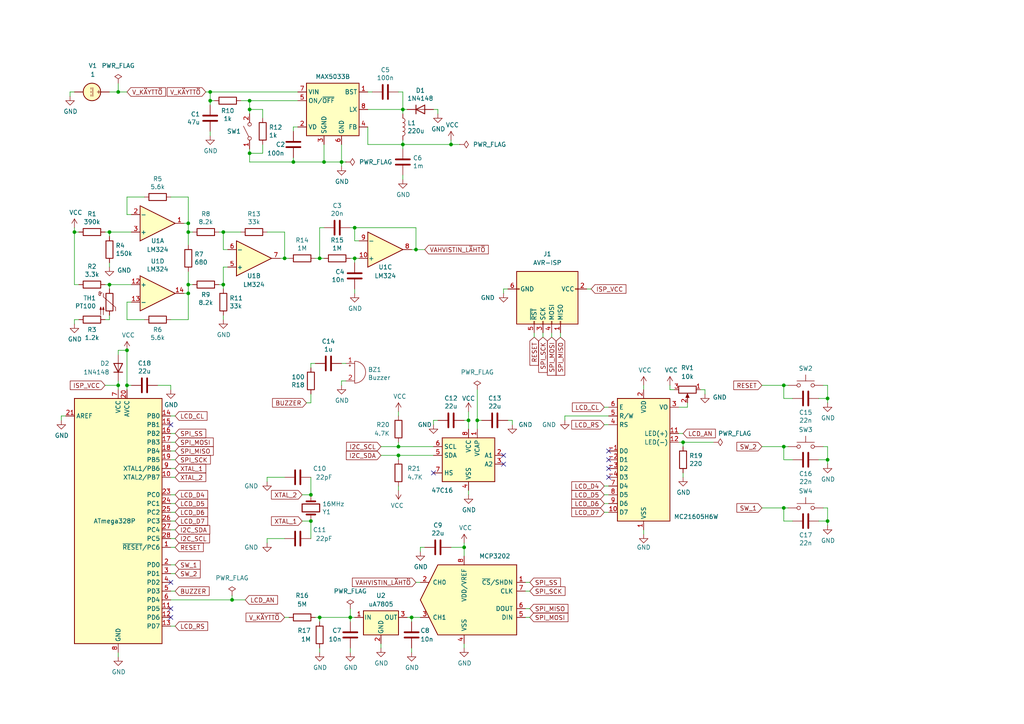
<source format=kicad_sch>
(kicad_sch (version 20211123) (generator eeschema)
  (paper "A4")
  (junction (at 31.75 67.31))
  (junction (at 115.57 132.08))
  (junction (at 92.71 179.07))
  (junction (at 21.59 67.31))
  (junction (at 36.83 111.76))
  (junction (at 34.29 26.67))
  (junction (at 119.38 179.07))
  (junction (at 240.03 115.57))
  (junction (at 31.75 82.55))
  (junction (at 54.61 67.31))
  (junction (at 34.29 111.76))
  (junction (at 85.09 46.99))
  (junction (at 54.61 85.09))
  (junction (at 72.39 29.21))
  (junction (at 60.96 29.21))
  (junction (at 130.81 41.91))
  (junction (at 115.57 129.54))
  (junction (at 82.55 74.93))
  (junction (at 101.6 179.07))
  (junction (at 227.33 147.32))
  (junction (at 138.43 121.92))
  (junction (at 54.61 82.55))
  (junction (at 93.98 46.99))
  (junction (at 135.89 121.92))
  (junction (at 227.33 111.76))
  (junction (at 92.71 74.93))
  (junction (at 102.87 74.93))
  (junction (at 99.06 46.99))
  (junction (at 102.87 66.04))
  (junction (at 240.03 133.35))
  (junction (at 64.77 67.31))
  (junction (at 227.33 129.54))
  (junction (at 116.84 31.75))
  (junction (at 54.61 64.77))
  (junction (at 120.65 72.39))
  (junction (at 240.03 151.13))
  (junction (at 36.83 101.6))
  (junction (at 198.12 128.27))
  (junction (at 60.96 26.67))
  (junction (at 116.84 41.91))
  (junction (at 134.62 158.75))
  (junction (at 90.17 151.13))
  (junction (at 67.31 173.99))
  (junction (at 72.39 31.75))
  (junction (at 90.17 143.51))
  (junction (at 72.39 44.45))
  (junction (at 64.77 82.55))
  (no_connect (at 49.53 123.19))
  (no_connect (at 49.53 179.07))
  (no_connect (at 146.05 134.62))
  (no_connect (at 125.73 137.16))
  (no_connect (at 176.53 135.89))
  (no_connect (at 49.53 176.53))
  (no_connect (at 176.53 130.81))
  (no_connect (at 176.53 133.35))
  (no_connect (at 176.53 138.43))
  (no_connect (at 49.53 168.91))
  (no_connect (at 146.05 132.08))
  (wire (pts (xy 85.09 36.83) (xy 86.36 36.83)))
  (wire (pts (xy 90.17 151.13) (xy 90.17 156.21)))
  (wire (pts (xy 49.53 111.76) (xy 45.72 111.76)))
  (wire (pts (xy 240.03 116.84) (xy 240.03 115.57)))
  (wire (pts (xy 21.59 93.98) (xy 21.59 92.71)))
  (wire (pts (xy 135.89 121.92) (xy 135.89 124.46)))
  (wire (pts (xy 186.69 111.76) (xy 186.69 113.03)))
  (wire (pts (xy 175.26 140.97) (xy 176.53 140.97)))
  (wire (pts (xy 54.61 82.55) (xy 54.61 78.74)))
  (wire (pts (xy 127 33.02) (xy 127 31.75)))
  (wire (pts (xy 127 31.75) (xy 125.73 31.75)))
  (wire (pts (xy 106.68 31.75) (xy 116.84 31.75)))
  (wire (pts (xy 148.59 121.92) (xy 147.32 121.92)))
  (wire (pts (xy 64.77 67.31) (xy 64.77 72.39)))
  (wire (pts (xy 240.03 152.4) (xy 240.03 151.13)))
  (wire (pts (xy 134.62 121.92) (xy 135.89 121.92)))
  (wire (pts (xy 34.29 24.13) (xy 34.29 26.67)))
  (wire (pts (xy 71.12 173.99) (xy 67.31 173.99)))
  (wire (pts (xy 110.49 132.08) (xy 115.57 132.08)))
  (wire (pts (xy 120.65 66.04) (xy 102.87 66.04)))
  (wire (pts (xy 77.47 67.31) (xy 82.55 67.31)))
  (wire (pts (xy 99.06 111.76) (xy 99.06 110.49)))
  (wire (pts (xy 60.96 29.21) (xy 62.23 29.21)))
  (wire (pts (xy 17.78 120.65) (xy 17.78 121.92)))
  (wire (pts (xy 102.87 83.82) (xy 102.87 85.09)))
  (wire (pts (xy 229.87 151.13) (xy 227.33 151.13)))
  (wire (pts (xy 64.77 91.44) (xy 64.77 92.71)))
  (wire (pts (xy 102.87 74.93) (xy 104.14 74.93)))
  (wire (pts (xy 50.8 163.83) (xy 49.53 163.83)))
  (wire (pts (xy 36.83 113.03) (xy 36.83 111.76)))
  (wire (pts (xy 34.29 102.87) (xy 34.29 101.6)))
  (wire (pts (xy 175.26 143.51) (xy 176.53 143.51)))
  (wire (pts (xy 116.84 50.8) (xy 116.84 52.07)))
  (wire (pts (xy 134.62 187.96) (xy 134.62 186.69)))
  (wire (pts (xy 34.29 111.76) (xy 34.29 113.03)))
  (wire (pts (xy 50.8 171.45) (xy 49.53 171.45)))
  (wire (pts (xy 148.59 123.19) (xy 148.59 121.92)))
  (wire (pts (xy 138.43 121.92) (xy 138.43 124.46)))
  (wire (pts (xy 63.5 67.31) (xy 64.77 67.31)))
  (wire (pts (xy 115.57 140.97) (xy 115.57 142.24)))
  (wire (pts (xy 154.94 96.52) (xy 154.94 97.79)))
  (wire (pts (xy 121.92 158.75) (xy 121.92 160.02)))
  (wire (pts (xy 91.44 179.07) (xy 92.71 179.07)))
  (wire (pts (xy 60.96 26.67) (xy 60.96 29.21)))
  (wire (pts (xy 116.84 26.67) (xy 116.84 31.75)))
  (wire (pts (xy 20.32 26.67) (xy 21.59 26.67)))
  (wire (pts (xy 85.09 46.99) (xy 72.39 46.99)))
  (wire (pts (xy 36.83 111.76) (xy 38.1 111.76)))
  (wire (pts (xy 240.03 134.62) (xy 240.03 133.35)))
  (wire (pts (xy 82.55 179.07) (xy 83.82 179.07)))
  (wire (pts (xy 69.85 29.21) (xy 72.39 29.21)))
  (wire (pts (xy 110.49 129.54) (xy 115.57 129.54)))
  (wire (pts (xy 88.9 116.84) (xy 90.17 116.84)))
  (wire (pts (xy 31.75 92.71) (xy 31.75 91.44)))
  (wire (pts (xy 21.59 92.71) (xy 22.86 92.71)))
  (wire (pts (xy 38.1 87.63) (xy 36.83 87.63)))
  (wire (pts (xy 134.62 161.29) (xy 134.62 158.75)))
  (wire (pts (xy 54.61 85.09) (xy 53.34 85.09)))
  (wire (pts (xy 85.09 46.99) (xy 93.98 46.99)))
  (wire (pts (xy 220.98 147.32) (xy 227.33 147.32)))
  (wire (pts (xy 186.69 153.67) (xy 186.69 154.94)))
  (wire (pts (xy 60.96 26.67) (xy 86.36 26.67)))
  (wire (pts (xy 101.6 187.96) (xy 101.6 189.23)))
  (wire (pts (xy 38.1 62.23) (xy 36.83 62.23)))
  (wire (pts (xy 50.8 156.21) (xy 49.53 156.21)))
  (wire (pts (xy 203.2 113.03) (xy 204.47 113.03)))
  (wire (pts (xy 49.53 57.15) (xy 54.61 57.15)))
  (wire (pts (xy 91.44 74.93) (xy 92.71 74.93)))
  (wire (pts (xy 67.31 173.99) (xy 49.53 173.99)))
  (wire (pts (xy 36.83 26.67) (xy 34.29 26.67)))
  (wire (pts (xy 99.06 46.99) (xy 100.33 46.99)))
  (wire (pts (xy 115.57 132.08) (xy 125.73 132.08)))
  (wire (pts (xy 196.85 128.27) (xy 198.12 128.27)))
  (wire (pts (xy 115.57 129.54) (xy 125.73 129.54)))
  (wire (pts (xy 50.8 153.67) (xy 49.53 153.67)))
  (wire (pts (xy 69.85 67.31) (xy 64.77 67.31)))
  (wire (pts (xy 82.55 67.31) (xy 82.55 74.93)))
  (wire (pts (xy 227.33 111.76) (xy 228.6 111.76)))
  (wire (pts (xy 34.29 189.23) (xy 34.29 190.5)))
  (wire (pts (xy 76.2 41.91) (xy 76.2 44.45)))
  (wire (pts (xy 50.8 151.13) (xy 49.53 151.13)))
  (wire (pts (xy 198.12 128.27) (xy 198.12 129.54)))
  (wire (pts (xy 240.03 129.54) (xy 238.76 129.54)))
  (wire (pts (xy 85.09 38.1) (xy 85.09 36.83)))
  (wire (pts (xy 125.73 121.92) (xy 125.73 123.19)))
  (wire (pts (xy 134.62 158.75) (xy 130.81 158.75)))
  (wire (pts (xy 100.33 105.41) (xy 99.06 105.41)))
  (wire (pts (xy 31.75 82.55) (xy 31.75 83.82)))
  (wire (pts (xy 127 121.92) (xy 125.73 121.92)))
  (wire (pts (xy 92.71 179.07) (xy 92.71 180.34)))
  (wire (pts (xy 50.8 130.81) (xy 49.53 130.81)))
  (wire (pts (xy 175.26 148.59) (xy 176.53 148.59)))
  (wire (pts (xy 240.03 151.13) (xy 240.03 147.32)))
  (wire (pts (xy 50.8 158.75) (xy 49.53 158.75)))
  (wire (pts (xy 36.83 57.15) (xy 36.83 62.23)))
  (wire (pts (xy 115.57 26.67) (xy 116.84 26.67)))
  (wire (pts (xy 227.33 151.13) (xy 227.33 147.32)))
  (wire (pts (xy 85.09 45.72) (xy 85.09 46.99)))
  (wire (pts (xy 63.5 82.55) (xy 64.77 82.55)))
  (wire (pts (xy 220.98 111.76) (xy 227.33 111.76)))
  (wire (pts (xy 101.6 179.07) (xy 101.6 180.34)))
  (wire (pts (xy 92.71 179.07) (xy 101.6 179.07)))
  (wire (pts (xy 99.06 46.99) (xy 99.06 41.91)))
  (wire (pts (xy 119.38 187.96) (xy 119.38 189.23)))
  (wire (pts (xy 160.02 96.52) (xy 160.02 97.79)))
  (wire (pts (xy 123.19 158.75) (xy 121.92 158.75)))
  (wire (pts (xy 240.03 115.57) (xy 240.03 111.76)))
  (wire (pts (xy 146.05 83.82) (xy 147.32 83.82)))
  (wire (pts (xy 119.38 179.07) (xy 119.38 180.34)))
  (wire (pts (xy 21.59 66.04) (xy 21.59 67.31)))
  (wire (pts (xy 227.33 147.32) (xy 228.6 147.32)))
  (wire (pts (xy 50.8 133.35) (xy 49.53 133.35)))
  (wire (pts (xy 64.77 82.55) (xy 64.77 83.82)))
  (wire (pts (xy 175.26 123.19) (xy 176.53 123.19)))
  (wire (pts (xy 50.8 125.73) (xy 49.53 125.73)))
  (wire (pts (xy 163.83 120.65) (xy 176.53 120.65)))
  (wire (pts (xy 50.8 135.89) (xy 49.53 135.89)))
  (wire (pts (xy 99.06 110.49) (xy 100.33 110.49)))
  (wire (pts (xy 31.75 82.55) (xy 38.1 82.55)))
  (wire (pts (xy 120.65 72.39) (xy 120.65 66.04)))
  (wire (pts (xy 49.53 138.43) (xy 50.8 138.43)))
  (wire (pts (xy 227.33 133.35) (xy 227.33 129.54)))
  (wire (pts (xy 196.85 118.11) (xy 199.39 118.11)))
  (wire (pts (xy 170.18 83.82) (xy 171.45 83.82)))
  (wire (pts (xy 90.17 105.41) (xy 91.44 105.41)))
  (wire (pts (xy 99.06 48.26) (xy 99.06 46.99)))
  (wire (pts (xy 102.87 66.04) (xy 102.87 69.85)))
  (wire (pts (xy 36.83 87.63) (xy 36.83 92.71)))
  (wire (pts (xy 21.59 82.55) (xy 22.86 82.55)))
  (wire (pts (xy 64.77 77.47) (xy 64.77 82.55)))
  (wire (pts (xy 76.2 44.45) (xy 72.39 44.45)))
  (wire (pts (xy 106.68 41.91) (xy 106.68 36.83)))
  (wire (pts (xy 240.03 111.76) (xy 238.76 111.76)))
  (wire (pts (xy 198.12 137.16) (xy 198.12 138.43)))
  (wire (pts (xy 67.31 172.72) (xy 67.31 173.99)))
  (wire (pts (xy 229.87 115.57) (xy 227.33 115.57)))
  (wire (pts (xy 21.59 67.31) (xy 21.59 82.55)))
  (wire (pts (xy 34.29 101.6) (xy 36.83 101.6)))
  (wire (pts (xy 76.2 31.75) (xy 72.39 31.75)))
  (wire (pts (xy 116.84 31.75) (xy 116.84 33.02)))
  (wire (pts (xy 93.98 66.04) (xy 92.71 66.04)))
  (wire (pts (xy 116.84 43.18) (xy 116.84 41.91)))
  (wire (pts (xy 31.75 76.2) (xy 31.75 77.47)))
  (wire (pts (xy 77.47 156.21) (xy 82.55 156.21)))
  (wire (pts (xy 101.6 176.53) (xy 101.6 179.07)))
  (wire (pts (xy 59.69 26.67) (xy 60.96 26.67)))
  (wire (pts (xy 72.39 43.18) (xy 72.39 44.45)))
  (wire (pts (xy 162.56 96.52) (xy 162.56 97.79)))
  (wire (pts (xy 50.8 143.51) (xy 49.53 143.51)))
  (wire (pts (xy 54.61 85.09) (xy 54.61 82.55)))
  (wire (pts (xy 116.84 41.91) (xy 130.81 41.91)))
  (wire (pts (xy 175.26 146.05) (xy 176.53 146.05)))
  (wire (pts (xy 54.61 64.77) (xy 53.34 64.77)))
  (wire (pts (xy 92.71 187.96) (xy 92.71 189.23)))
  (wire (pts (xy 92.71 66.04) (xy 92.71 74.93)))
  (wire (pts (xy 157.48 96.52) (xy 157.48 97.79)))
  (wire (pts (xy 50.8 120.65) (xy 49.53 120.65)))
  (wire (pts (xy 135.89 142.24) (xy 135.89 143.51)))
  (wire (pts (xy 119.38 72.39) (xy 120.65 72.39)))
  (wire (pts (xy 119.38 179.07) (xy 121.92 179.07)))
  (wire (pts (xy 146.05 85.09) (xy 146.05 83.82)))
  (wire (pts (xy 21.59 67.31) (xy 22.86 67.31)))
  (wire (pts (xy 153.67 168.91) (xy 152.4 168.91)))
  (wire (pts (xy 153.67 176.53) (xy 152.4 176.53)))
  (wire (pts (xy 237.49 115.57) (xy 240.03 115.57)))
  (wire (pts (xy 41.91 57.15) (xy 36.83 57.15)))
  (wire (pts (xy 31.75 68.58) (xy 31.75 67.31)))
  (wire (pts (xy 49.53 113.03) (xy 49.53 111.76)))
  (wire (pts (xy 54.61 82.55) (xy 55.88 82.55)))
  (wire (pts (xy 204.47 113.03) (xy 204.47 114.3)))
  (wire (pts (xy 90.17 143.51) (xy 87.63 143.51)))
  (wire (pts (xy 54.61 57.15) (xy 54.61 64.77)))
  (wire (pts (xy 76.2 34.29) (xy 76.2 31.75)))
  (wire (pts (xy 237.49 133.35) (xy 240.03 133.35)))
  (wire (pts (xy 50.8 181.61) (xy 49.53 181.61)))
  (wire (pts (xy 50.8 146.05) (xy 49.53 146.05)))
  (wire (pts (xy 116.84 40.64) (xy 116.84 41.91)))
  (wire (pts (xy 227.33 129.54) (xy 228.6 129.54)))
  (wire (pts (xy 64.77 72.39) (xy 66.04 72.39)))
  (wire (pts (xy 30.48 111.76) (xy 34.29 111.76)))
  (wire (pts (xy 237.49 151.13) (xy 240.03 151.13)))
  (wire (pts (xy 54.61 85.09) (xy 54.61 92.71)))
  (wire (pts (xy 116.84 41.91) (xy 106.68 41.91)))
  (wire (pts (xy 54.61 71.12) (xy 54.61 67.31)))
  (wire (pts (xy 198.12 128.27) (xy 207.01 128.27)))
  (wire (pts (xy 41.91 92.71) (xy 36.83 92.71)))
  (wire (pts (xy 102.87 76.2) (xy 102.87 74.93)))
  (wire (pts (xy 90.17 138.43) (xy 90.17 143.51)))
  (wire (pts (xy 229.87 133.35) (xy 227.33 133.35)))
  (wire (pts (xy 36.83 101.6) (xy 36.83 111.76)))
  (wire (pts (xy 54.61 67.31) (xy 55.88 67.31)))
  (wire (pts (xy 220.98 129.54) (xy 227.33 129.54)))
  (wire (pts (xy 34.29 26.67) (xy 31.75 26.67)))
  (wire (pts (xy 139.7 121.92) (xy 138.43 121.92)))
  (wire (pts (xy 101.6 179.07) (xy 102.87 179.07)))
  (wire (pts (xy 93.98 41.91) (xy 93.98 46.99)))
  (wire (pts (xy 134.62 158.75) (xy 134.62 157.48)))
  (wire (pts (xy 110.49 186.69) (xy 110.49 187.96)))
  (wire (pts (xy 227.33 115.57) (xy 227.33 111.76)))
  (wire (pts (xy 20.32 27.94) (xy 20.32 26.67)))
  (wire (pts (xy 130.81 41.91) (xy 130.81 40.64)))
  (wire (pts (xy 153.67 171.45) (xy 152.4 171.45)))
  (wire (pts (xy 64.77 77.47) (xy 66.04 77.47)))
  (wire (pts (xy 175.26 118.11) (xy 176.53 118.11)))
  (wire (pts (xy 106.68 26.67) (xy 107.95 26.67)))
  (wire (pts (xy 77.47 138.43) (xy 82.55 138.43)))
  (wire (pts (xy 90.17 116.84) (xy 90.17 114.3)))
  (wire (pts (xy 194.31 111.76) (xy 194.31 113.03)))
  (wire (pts (xy 135.89 119.38) (xy 135.89 121.92)))
  (wire (pts (xy 138.43 113.03) (xy 138.43 121.92)))
  (wire (pts (xy 120.65 168.91) (xy 121.92 168.91)))
  (wire (pts (xy 60.96 30.48) (xy 60.96 29.21)))
  (wire (pts (xy 82.55 74.93) (xy 81.28 74.93)))
  (wire (pts (xy 50.8 166.37) (xy 49.53 166.37)))
  (wire (pts (xy 240.03 133.35) (xy 240.03 129.54)))
  (wire (pts (xy 199.39 116.84) (xy 199.39 118.11)))
  (wire (pts (xy 116.84 31.75) (xy 118.11 31.75)))
  (wire (pts (xy 102.87 69.85) (xy 104.14 69.85)))
  (wire (pts (xy 50.8 128.27) (xy 49.53 128.27)))
  (wire (pts (xy 31.75 67.31) (xy 30.48 67.31)))
  (wire (pts (xy 72.39 44.45) (xy 72.39 46.99)))
  (wire (pts (xy 72.39 33.02) (xy 72.39 31.75)))
  (wire (pts (xy 101.6 66.04) (xy 102.87 66.04)))
  (wire (pts (xy 90.17 151.13) (xy 87.63 151.13)))
  (wire (pts (xy 115.57 132.08) (xy 115.57 133.35)))
  (wire (pts (xy 130.81 41.91) (xy 133.35 41.91)))
  (wire (pts (xy 30.48 92.71) (xy 31.75 92.71)))
  (wire (pts (xy 153.67 179.07) (xy 152.4 179.07)))
  (wire (pts (xy 115.57 119.38) (xy 115.57 120.65)))
  (wire (pts (xy 77.47 156.21) (xy 77.47 157.48)))
  (wire (pts (xy 90.17 106.68) (xy 90.17 105.41)))
  (wire (pts (xy 19.05 120.65) (xy 17.78 120.65)))
  (wire (pts (xy 34.29 110.49) (xy 34.29 111.76)))
  (wire (pts (xy 101.6 74.93) (xy 102.87 74.93)))
  (wire (pts (xy 54.61 67.31) (xy 54.61 64.77)))
  (wire (pts (xy 115.57 128.27) (xy 115.57 129.54)))
  (wire (pts (xy 92.71 74.93) (xy 93.98 74.93)))
  (wire (pts (xy 240.03 147.32) (xy 238.76 147.32)))
  (wire (pts (xy 72.39 31.75) (xy 72.39 29.21)))
  (wire (pts (xy 82.55 74.93) (xy 83.82 74.93)))
  (wire (pts (xy 194.31 113.03) (xy 195.58 113.03)))
  (wire (pts (xy 118.11 179.07) (xy 119.38 179.07)))
  (wire (pts (xy 60.96 39.37) (xy 60.96 38.1)))
  (wire (pts (xy 120.65 72.39) (xy 123.19 72.39)))
  (wire (pts (xy 31.75 67.31) (xy 38.1 67.31)))
  (wire (pts (xy 50.8 148.59) (xy 49.53 148.59)))
  (wire (pts (xy 77.47 138.43) (xy 77.47 139.7)))
  (wire (pts (xy 198.12 125.73) (xy 196.85 125.73)))
  (wire (pts (xy 30.48 82.55) (xy 31.75 82.55)))
  (wire (pts (xy 72.39 29.21) (xy 86.36 29.21)))
  (wire (pts (xy 49.53 92.71) (xy 54.61 92.71)))
  (wire (pts (xy 93.98 46.99) (xy 99.06 46.99)))
  (wire (pts (xy 163.83 120.65) (xy 163.83 121.92)))
  (global_label "SPI_MISO" (shape input) (at 162.56 97.79 270) (property "Intersheet References" "${INTERSHEET_REFS}" (effects hide)))
  (global_label "LCD_D6" (shape input) (at 175.26 146.05 180) (property "Intersheet References" "${INTERSHEET_REFS}" (effects hide)))
  (global_label "LCD_D6" (shape input) (at 50.8 148.59 0) (property "Intersheet References" "${INTERSHEET_REFS}" (effects hide)))
  (global_label "SPI_SS" (shape input) (at 50.8 125.73 0) (property "Intersheet References" "${INTERSHEET_REFS}" (effects hide)))
  (global_label "LCD_AN" (shape input) (at 71.12 173.99 0) (property "Intersheet References" "${INTERSHEET_REFS}" (effects hide)))
  (global_label "SPI_MOSI" (shape input) (at 160.02 97.79 270) (property "Intersheet References" "${INTERSHEET_REFS}" (effects hide)))
  (global_label "RESET" (shape input) (at 154.94 97.79 270) (property "Intersheet References" "${INTERSHEET_REFS}" (effects hide)))
  (global_label "SPI_SCK" (shape input) (at 50.8 133.35 0) (property "Intersheet References" "${INTERSHEET_REFS}" (effects hide)))
  (global_label "LCD_D7" (shape input) (at 50.8 151.13 0) (property "Intersheet References" "${INTERSHEET_REFS}" (effects hide)))
  (global_label "VAHVISTIN_LÄHTÖ" (shape input) (at 123.19 72.39 0) (property "Intersheet References" "${INTERSHEET_REFS}" (effects hide)))
  (global_label "SW_2" (shape input) (at 220.98 129.54 180) (property "Intersheet References" "${INTERSHEET_REFS}" (effects hide)))
  (global_label "V_KÄYTTÖ" (shape input) (at 82.55 179.07 180) (property "Intersheet References" "${INTERSHEET_REFS}" (effects hide)))
  (global_label "I2C_SDA" (shape input) (at 110.49 132.08 180) (property "Intersheet References" "${INTERSHEET_REFS}" (effects hide)))
  (global_label "RESET" (shape input) (at 220.98 111.76 180) (property "Intersheet References" "${INTERSHEET_REFS}" (effects hide)))
  (global_label "SPI_MISO" (shape input) (at 153.67 176.53 0) (property "Intersheet References" "${INTERSHEET_REFS}" (effects hide)))
  (global_label "SPI_MISO" (shape input) (at 50.8 130.81 0) (property "Intersheet References" "${INTERSHEET_REFS}" (effects hide)))
  (global_label "LCD_D7" (shape input) (at 175.26 148.59 180) (property "Intersheet References" "${INTERSHEET_REFS}" (effects hide)))
  (global_label "SPI_SCK" (shape input) (at 157.48 97.79 270) (property "Intersheet References" "${INTERSHEET_REFS}" (effects hide)))
  (global_label "LCD_RS" (shape input) (at 175.26 123.19 180) (property "Intersheet References" "${INTERSHEET_REFS}" (effects hide)))
  (global_label "LCD_AN" (shape input) (at 198.12 125.73 0) (property "Intersheet References" "${INTERSHEET_REFS}" (effects hide)))
  (global_label "LCD_D4" (shape input) (at 175.26 140.97 180) (property "Intersheet References" "${INTERSHEET_REFS}" (effects hide)))
  (global_label "VAHVISTIN_LÄHTÖ" (shape input) (at 120.65 168.91 180) (property "Intersheet References" "${INTERSHEET_REFS}" (effects hide)))
  (global_label "LCD_D5" (shape input) (at 50.8 146.05 0) (property "Intersheet References" "${INTERSHEET_REFS}" (effects hide)))
  (global_label "XTAL_2" (shape input) (at 87.63 143.51 180) (property "Intersheet References" "${INTERSHEET_REFS}" (effects hide)))
  (global_label "LCD_D4" (shape input) (at 50.8 143.51 0) (property "Intersheet References" "${INTERSHEET_REFS}" (effects hide)))
  (global_label "XTAL_2" (shape input) (at 50.8 138.43 0) (property "Intersheet References" "${INTERSHEET_REFS}" (effects hide)))
  (global_label "XTAL_1" (shape input) (at 50.8 135.89 0) (property "Intersheet References" "${INTERSHEET_REFS}" (effects hide)))
  (global_label "LCD_CL" (shape input) (at 50.8 120.65 0) (property "Intersheet References" "${INTERSHEET_REFS}" (effects hide)))
  (global_label "I2C_SCL" (shape input) (at 110.49 129.54 180) (property "Intersheet References" "${INTERSHEET_REFS}" (effects hide)))
  (global_label "BUZZER" (shape input) (at 50.8 171.45 0) (property "Intersheet References" "${INTERSHEET_REFS}" (effects hide)))
  (global_label "RESET" (shape input) (at 50.8 158.75 0) (property "Intersheet References" "${INTERSHEET_REFS}" (effects hide)))
  (global_label "ISP_VCC" (shape input) (at 30.48 111.76 180) (property "Intersheet References" "${INTERSHEET_REFS}" (effects hide)))
  (global_label "LCD_CL" (shape input) (at 175.26 118.11 180) (property "Intersheet References" "${INTERSHEET_REFS}" (effects hide)))
  (global_label "SPI_MOSI" (shape input) (at 153.67 179.07 0) (property "Intersheet References" "${INTERSHEET_REFS}" (effects hide)))
  (global_label "V_KÄYTTÖ" (shape input) (at 59.69 26.67 180) (property "Intersheet References" "${INTERSHEET_REFS}" (effects hide)))
  (global_label "SW_1" (shape input) (at 50.8 163.83 0) (property "Intersheet References" "${INTERSHEET_REFS}" (effects hide)))
  (global_label "SW_1" (shape input) (at 220.98 147.32 180) (property "Intersheet References" "${INTERSHEET_REFS}" (effects hide)))
  (global_label "SPI_SS" (shape input) (at 153.67 168.91 0) (property "Intersheet References" "${INTERSHEET_REFS}" (effects hide)))
  (global_label "SW_2" (shape input) (at 50.8 166.37 0) (property "Intersheet References" "${INTERSHEET_REFS}" (effects hide)))
  (global_label "I2C_SCL" (shape input) (at 50.8 156.21 0) (property "Intersheet References" "${INTERSHEET_REFS}" (effects hide)))
  (global_label "LCD_D5" (shape input) (at 175.26 143.51 180) (property "Intersheet References" "${INTERSHEET_REFS}" (effects hide)))
  (global_label "BUZZER" (shape input) (at 88.9 116.84 180) (property "Intersheet References" "${INTERSHEET_REFS}" (effects hide)))
  (global_label "ISP_VCC" (shape input) (at 171.45 83.82 0) (property "Intersheet References" "${INTERSHEET_REFS}" (effects hide)))
  (global_label "V_KÄYTTÖ" (shape input) (at 36.83 26.67 0) (property "Intersheet References" "${INTERSHEET_REFS}" (effects hide)))
  (global_label "XTAL_1" (shape input) (at 87.63 151.13 180) (property "Intersheet References" "${INTERSHEET_REFS}" (effects hide)))
  (global_label "I2C_SDA" (shape input) (at 50.8 153.67 0) (property "Intersheet References" "${INTERSHEET_REFS}" (effects hide)))
  (global_label "LCD_RS" (shape input) (at 50.8 181.61 0) (property "Intersheet References" "${INTERSHEET_REFS}" (effects hide)))
  (global_label "SPI_SCK" (shape input) (at 153.67 171.45 0) (property "Intersheet References" "${INTERSHEET_REFS}" (effects hide)))
  (global_label "SPI_MOSI" (shape input) (at 50.8 128.27 0) (property "Intersheet References" "${INTERSHEET_REFS}" (effects hide)))
  (symbol (lib_id "power:GND") (at 146.05 85.09 0) (unit 1)
    (property "Reference" "#PWR038" (effects hide))
    (property "Value" "GND" (at 143.51 86.3599 0) (effects (justify right)))
  )
  (symbol (lib_id "Amplifier_Operational:LM324") (at 73.66 74.93 0) (mirror x) (unit 2)
    (property "Reference" "U1" (at 73.66 80.01 0))
    (property "Value" "LM324" (at 73.66 82.55 0))
    (property "Footprint" "Package_DIP:DIP-14_W7.62mm_LongPads" (effects hide))
    (property "Datasheet" "http://www.ti.com/lit/ds/symlink/lm2902-n.pdf" (effects hide))
  )
  (symbol (lib_id "power:VCC") (at 194.31 111.76 0) (unit 1)
    (property "Reference" "#PWR030" (effects hide))
    (property "Value" "VCC" (at 194.691 107.3658 0))
  )
  (symbol (lib_id "power:GND") (at 60.96 39.37 0) (unit 1)
    (property "Reference" "#PWR05" (effects hide))
    (property "Value" "GND" (at 61.087 43.7642 0))
  )
  (symbol (lib_id "Device:C") (at 233.68 115.57 270) (unit 1)
    (property "Reference" "C15" (at 233.68 119.634 90))
    (property "Value" "22n" (at 233.68 121.9454 90))
    (property "Footprint" "Capacitor_THT:C_Rect_L7.0mm_W2.5mm_P5.00mm" (effects hide))
  )
  (symbol (lib_id "power:GND") (at 148.59 123.19 0) (unit 1)
    (property "Reference" "#PWR029" (effects hide))
    (property "Value" "GND" (at 152.4 123.19 0))
  )
  (symbol (lib_id "Device:Buzzer") (at 102.87 107.95 0) (unit 1)
    (property "Reference" "BZ1" (at 106.7308 107.2134 0) (effects (justify left)))
    (property "Value" "Buzzer" (at 106.7308 109.5248 0) (effects (justify left)))
    (property "Footprint" "Connector_PinHeader_2.54mm:PinHeader_1x02_P2.54mm_Vertical" (effects hide))
  )
  (symbol (lib_id "Device:R") (at 198.12 133.35 180) (unit 1)
    (property "Reference" "R19" (at 199.898 132.1816 0) (effects (justify right)))
    (property "Value" "220" (at 199.898 134.493 0) (effects (justify right)))
    (property "Footprint" "Resistor_THT:R_Axial_DIN0204_L3.6mm_D1.6mm_P7.62mm_Horizontal" (effects hide))
  )
  (symbol (lib_id "power:PWR_FLAG") (at 67.31 172.72 0) (unit 1)
    (property "Reference" "#FLG0102" (effects hide))
    (property "Value" "PWR_FLAG" (at 67.31 167.64 0))
  )
  (symbol (lib_id "power:VCC") (at 134.62 157.48 0) (unit 1)
    (property "Reference" "#PWR018" (effects hide))
    (property "Value" "VCC" (at 135.001 153.0858 0))
  )
  (symbol (lib_id "Device:C") (at 41.91 111.76 270) (unit 1)
    (property "Reference" "C18" (at 41.91 105.3592 90))
    (property "Value" "22u" (at 41.91 107.6706 90))
    (property "Footprint" "Capacitor_THT:C_Radial_D5.0mm_H7.0mm_P2.00mm" (effects hide))
  )
  (symbol (lib_id "Device:R") (at 26.67 67.31 270) (unit 1)
    (property "Reference" "R1" (at 26.67 62.0522 90))
    (property "Value" "390k" (at 26.67 64.3636 90))
    (property "Footprint" "Resistor_THT:R_Axial_DIN0204_L3.6mm_D1.6mm_P7.62mm_Horizontal" (effects hide))
  )
  (symbol (lib_id "Device:L") (at 116.84 36.83 0) (unit 1)
    (property "Reference" "L1" (at 118.1608 35.6616 0) (effects (justify left)))
    (property "Value" "220u" (at 118.1608 37.973 0) (effects (justify left)))
    (property "Footprint" "Inductor_THT:L_Radial_D8.7mm_P5.00mm_Fastron_07HCP" (effects hide))
  )
  (symbol (lib_id "power:GND") (at 125.73 123.19 0) (unit 1)
    (property "Reference" "#PWR023" (effects hide))
    (property "Value" "GND" (at 123.19 123.19 0))
  )
  (symbol (lib_id "power:GND") (at 121.92 160.02 0) (unit 1)
    (property "Reference" "#PWR017" (effects hide))
    (property "Value" "GND" (at 122.047 164.4142 0))
  )
  (symbol (lib_id "Device:C") (at 233.68 133.35 270) (unit 1)
    (property "Reference" "C16" (at 233.68 137.414 90))
    (property "Value" "22n" (at 233.68 139.7254 90))
    (property "Footprint" "Capacitor_THT:C_Rect_L7.0mm_W2.5mm_P5.00mm" (effects hide))
  )
  (symbol (lib_id "power:GND") (at 17.78 121.92 0) (unit 1)
    (property "Reference" "#PWR016" (effects hide))
    (property "Value" "GND" (at 17.907 126.3142 0))
  )
  (symbol (lib_id "Device:R") (at 45.72 92.71 90) (unit 1)
    (property "Reference" "R6" (at 45.72 95.631 90))
    (property "Value" "5.6k" (at 45.72 97.9424 90))
    (property "Footprint" "Resistor_THT:R_Axial_DIN0204_L3.6mm_D1.6mm_P7.62mm_Horizontal" (effects hide))
  )
  (symbol (lib_id "Device:C") (at 86.36 138.43 90) (unit 1)
    (property "Reference" "C10" (at 92.71 135.89 90))
    (property "Value" "22pF" (at 93.98 138.43 90))
    (property "Footprint" "Capacitor_THT:C_Disc_D4.3mm_W1.9mm_P5.00mm" (effects hide))
  )
  (symbol (lib_id "power:GND") (at 240.03 116.84 0) (unit 1)
    (property "Reference" "#PWR033" (effects hide))
    (property "Value" "GND" (at 240.157 121.2342 0))
  )
  (symbol (lib_id "power:GND") (at 119.38 189.23 0) (unit 1)
    (property "Reference" "#PWR015" (effects hide))
    (property "Value" "GND" (at 119.507 193.6242 0))
  )
  (symbol (lib_id "Device:R") (at 76.2 38.1 0) (unit 1)
    (property "Reference" "R12" (at 77.978 36.9316 0) (effects (justify left)))
    (property "Value" "1k" (at 77.978 39.243 0) (effects (justify left)))
    (property "Footprint" "Resistor_THT:R_Axial_DIN0204_L3.6mm_D1.6mm_P7.62mm_Horizontal" (effects hide))
  )
  (symbol (lib_id "Device:Crystal") (at 90.17 147.32 270) (unit 1)
    (property "Reference" "Y1" (at 93.472 148.4884 90) (effects (justify left)))
    (property "Value" "16MHz" (at 93.472 146.177 90) (effects (justify left)))
    (property "Footprint" "Crystal:Crystal_HC18-U_Vertical" (effects hide))
  )
  (symbol (lib_id "power:VCC") (at 115.57 142.24 180) (unit 1)
    (property "Reference" "#PWR036" (effects hide))
    (property "Value" "VCC" (at 115.189 146.6342 0))
  )
  (symbol (lib_id "power:GND") (at 127 33.02 0) (unit 1)
    (property "Reference" "#PWR010" (effects hide))
    (property "Value" "GND" (at 127.127 37.4142 0))
  )
  (symbol (lib_id "Display_Character:WC1602A") (at 186.69 133.35 0) (unit 1)
    (property "Reference" "DS1" (effects hide))
    (property "Value" "MC21605H6W" (at 201.93 149.86 0))
    (property "Footprint" "Connector_PinHeader_2.54mm:PinHeader_1x12_P2.54mm_Vertical" (effects hide))
    (property "Datasheet" "http://www.wincomlcd.com/pdf/WC1602A-SFYLYHTC06.pdf" (effects hide))
  )
  (symbol (lib_id "Device:C") (at 60.96 34.29 180) (unit 1)
    (property "Reference" "C1" (at 58.039 33.1216 0) (effects (justify left)))
    (property "Value" "47u" (at 58.039 35.433 0) (effects (justify left)))
    (property "Footprint" "Capacitor_THT:C_Radial_D5.0mm_H7.0mm_P2.00mm" (effects hide))
  )
  (symbol (lib_id "power:GND") (at 31.75 77.47 0) (unit 1)
    (property "Reference" "#PWR04" (effects hide))
    (property "Value" "GND" (at 33.9852 78.4098 0) (effects (justify left)))
  )
  (symbol (lib_id "power:GND") (at 240.03 134.62 0) (unit 1)
    (property "Reference" "#PWR034" (effects hide))
    (property "Value" "GND" (at 240.157 139.0142 0))
  )
  (symbol (lib_id "Device:R") (at 87.63 74.93 90) (unit 1)
    (property "Reference" "R14" (at 87.63 69.6722 90))
    (property "Value" "1M" (at 87.63 71.9836 90))
    (property "Footprint" "Resistor_THT:R_Axial_DIN0204_L3.6mm_D1.6mm_P7.62mm_Horizontal" (effects hide))
  )
  (symbol (lib_id "Diode:1N4148") (at 34.29 106.68 90) (unit 1)
    (property "Reference" "D2" (at 31.75 105.4099 90) (effects (justify left)))
    (property "Value" "1N4148" (at 31.75 107.9499 90) (effects (justify left)))
    (property "Footprint" "Diode_THT:D_DO-35_SOD27_P7.62mm_Horizontal" (effects hide))
    (property "Datasheet" "https://assets.nexperia.com/documents/data-sheet/1N4148_1N4448.pdf" (effects hide))
  )
  (symbol (lib_id "power:PWR_FLAG") (at 133.35 41.91 270) (unit 1)
    (property "Reference" "#FLG0104" (effects hide))
    (property "Value" "PWR_FLAG" (at 137.16 41.9099 90) (effects (justify left)))
  )
  (symbol (lib_id "Device:C") (at 111.76 26.67 270) (unit 1)
    (property "Reference" "C5" (at 111.76 20.2692 90))
    (property "Value" "100n" (at 111.76 22.5806 90))
    (property "Footprint" "Capacitor_THT:C_Disc_D4.3mm_W1.9mm_P5.00mm" (effects hide))
  )
  (symbol (lib_id "power:VCC") (at 186.69 111.76 0) (unit 1)
    (property "Reference" "#PWR024" (effects hide))
    (property "Value" "VCC" (at 187.071 107.3658 0))
  )
  (symbol (lib_id "Switch:SW_Push") (at 233.68 111.76 0) (unit 1)
    (property "Reference" "SW2" (at 233.68 106.8578 0))
    (property "Value" "SW_Push" (effects hide))
    (property "Footprint" "Connector_PinHeader_2.54mm:PinHeader_1x02_P2.54mm_Vertical" (effects hide))
  )
  (symbol (lib_id "power:VCC") (at 115.57 119.38 0) (unit 1)
    (property "Reference" "#PWR022" (effects hide))
    (property "Value" "VCC" (at 115.951 114.9858 0))
  )
  (symbol (lib_id "power:PWR_FLAG") (at 138.43 113.03 0) (unit 1)
    (property "Reference" "#FLG0103" (effects hide))
    (property "Value" "PWR_FLAG" (at 138.43 107.95 0))
  )
  (symbol (lib_id "Simulation_SPICE:VDC") (at 26.67 26.67 270) (unit 1)
    (property "Reference" "V1" (at 26.9192 19.05 90))
    (property "Value" "12V" (at 26.9192 21.59 90))
    (property "Footprint" "Connector_PinHeader_2.00mm:PinHeader_1x02_P2.00mm_Vertical" (effects hide))
    (property "Spice_Netlist_Enabled" "Y" (effects hide))
    (property "Spice_Primitive" "V" (effects hide))
    (property "Spice_Model" "dc(1)" (effects hide))
  )
  (symbol (lib_id "power:GND") (at 77.47 157.48 0) (unit 1)
    (property "Reference" "#PWR0103" (effects hide))
    (property "Value" "GND" (at 74.93 158.7499 0) (effects (justify right)))
  )
  (symbol (lib_id "Device:C") (at 233.68 151.13 270) (unit 1)
    (property "Reference" "C17" (at 233.68 155.194 90))
    (property "Value" "22n" (at 233.68 157.5054 90))
    (property "Footprint" "Capacitor_THT:C_Rect_L7.0mm_W2.5mm_P5.00mm" (effects hide))
  )
  (symbol (lib_id "Device:R") (at 97.79 74.93 90) (unit 1)
    (property "Reference" "R15" (at 97.79 69.6722 90))
    (property "Value" "1M" (at 97.79 71.9836 90))
    (property "Footprint" "Resistor_THT:R_Axial_DIN0204_L3.6mm_D1.6mm_P7.62mm_Horizontal" (effects hide))
  )
  (symbol (lib_id "Device:C") (at 101.6 184.15 0) (unit 1)
    (property "Reference" "C7" (at 99.06 182.88 0) (effects (justify right)))
    (property "Value" "10n" (at 99.06 185.42 0) (effects (justify right)))
    (property "Footprint" "Capacitor_THT:C_Disc_D4.3mm_W1.9mm_P5.00mm" (effects hide))
  )
  (symbol (lib_id "Device:R") (at 26.67 82.55 270) (unit 1)
    (property "Reference" "R2" (at 26.67 77.2922 90))
    (property "Value" "3.3k" (at 26.67 79.6036 90))
    (property "Footprint" "Resistor_THT:R_Axial_DIN0204_L3.6mm_D1.6mm_P7.62mm_Horizontal" (effects hide))
  )
  (symbol (lib_id "power:VCC") (at 130.81 40.64 0) (unit 1)
    (property "Reference" "#PWR011" (effects hide))
    (property "Value" "VCC" (at 131.191 36.2458 0))
  )
  (symbol (lib_id "power:GND") (at 64.77 92.71 0) (unit 1)
    (property "Reference" "#PWR06" (effects hide))
    (property "Value" "GND" (at 64.897 97.1042 0))
  )
  (symbol (lib_id "power:GND") (at 49.53 113.03 0) (unit 1)
    (property "Reference" "#PWR037" (effects hide))
    (property "Value" "GND" (at 49.657 117.4242 0))
  )
  (symbol (lib_id "power:GND") (at 101.6 189.23 0) (unit 1)
    (property "Reference" "#PWR013" (effects hide))
    (property "Value" "GND" (at 101.727 193.6242 0))
  )
  (symbol (lib_id "power:GND") (at 20.32 27.94 0) (unit 1)
    (property "Reference" "#PWR01" (effects hide))
    (property "Value" "GND" (at 20.447 32.3342 0))
  )
  (symbol (lib_id "power:GND") (at 186.69 154.94 0) (unit 1)
    (property "Reference" "#PWR025" (effects hide))
    (property "Value" "GND" (at 186.69 158.75 0))
  )
  (symbol (lib_id "Analog_ADC:MCP3202") (at 134.62 173.99 0) (unit 1)
    (property "Reference" "U5" (effects hide))
    (property "Value" "MCP3202" (at 143.51 161.29 0))
    (property "Footprint" "Package_DIP:DIP-8_W7.62mm_LongPads" (effects hide))
    (property "Datasheet" "http://ww1.microchip.com/downloads/en/DeviceDoc/21034D.pdf" (effects hide))
  )
  (symbol (lib_id "Device:R") (at 115.57 124.46 0) (unit 1)
    (property "Reference" "R20" (at 113.03 123.1899 0) (effects (justify right)))
    (property "Value" "4.7K" (at 113.03 125.7299 0) (effects (justify right)))
    (property "Footprint" "Resistor_THT:R_Axial_DIN0204_L3.6mm_D1.6mm_P7.62mm_Horizontal" (effects hide))
  )
  (symbol (lib_id "Amplifier_Operational:LM324") (at 45.72 64.77 0) (mirror x) (unit 1)
    (property "Reference" "U1" (at 45.72 69.85 0))
    (property "Value" "LM324" (at 45.72 72.39 0))
    (property "Footprint" "Package_DIP:DIP-14_W7.62mm_LongPads" (effects hide))
    (property "Datasheet" "http://www.ti.com/lit/ds/symlink/lm2902-n.pdf" (effects hide))
  )
  (symbol (lib_id "Device:R") (at 64.77 87.63 180) (unit 1)
    (property "Reference" "R11" (at 66.548 86.4616 0) (effects (justify right)))
    (property "Value" "33k" (at 66.548 88.773 0) (effects (justify right)))
    (property "Footprint" "Resistor_THT:R_Axial_DIN0204_L3.6mm_D1.6mm_P7.62mm_Horizontal" (effects hide))
  )
  (symbol (lib_id "MCU_Microchip_ATmega:ATmega328P-PU") (at 34.29 151.13 0) (unit 1)
    (property "Reference" "U3" (effects hide))
    (property "Value" "ATmega328P" (at 39.37 151.13 0) (effects (justify right)))
    (property "Footprint" "Package_DIP:DIP-28_W7.62mm_LongPads" (effects hide))
    (property "Datasheet" "http://ww1.microchip.com/downloads/en/DeviceDoc/ATmega328_P%20AVR%20MCU%20with%20picoPower%20Technology%20Data%20Sheet%2040001984A.pdf" (effects hide))
  )
  (symbol (lib_id "Device:R") (at 59.69 82.55 90) (unit 1)
    (property "Reference" "R9" (at 59.69 85.471 90))
    (property "Value" "8.2k" (at 59.69 87.7824 90))
    (property "Footprint" "Resistor_THT:R_Axial_DIN0204_L3.6mm_D1.6mm_P7.62mm_Horizontal" (effects hide))
  )
  (symbol (lib_id "power:GND") (at 21.59 93.98 0) (unit 1)
    (property "Reference" "#PWR03" (effects hide))
    (property "Value" "GND" (at 21.717 98.3742 0))
  )
  (symbol (lib_id "power:GND") (at 198.12 138.43 0) (unit 1)
    (property "Reference" "#PWR028" (effects hide))
    (property "Value" "GND" (at 198.247 142.8242 0))
  )
  (symbol (lib_id "Memory_NVRAM:47C16") (at 135.89 132.08 0) (unit 1)
    (property "Reference" "U6" (effects hide))
    (property "Value" "47C16" (at 128.27 142.24 0))
    (property "Footprint" "Package_DIP:DIP-8_W7.62mm_LongPads" (effects hide))
    (property "Datasheet" "http://ww1.microchip.com/downloads/en/DeviceDoc/20005371C.pdf" (effects hide))
  )
  (symbol (lib_id "power:GND") (at 135.89 143.51 0) (unit 1)
    (property "Reference" "#PWR027" (effects hide))
    (property "Value" "GND" (at 136.017 147.9042 0))
  )
  (symbol (lib_id "Device:C") (at 130.81 121.92 270) (unit 1)
    (property "Reference" "C12" (at 130.81 115.5192 90))
    (property "Value" "22u" (at 130.81 117.8306 90))
    (property "Footprint" "Capacitor_THT:C_Radial_D5.0mm_H7.0mm_P2.00mm" (effects hide))
  )
  (symbol (lib_id "Diode:1N4148") (at 121.92 31.75 0) (unit 1)
    (property "Reference" "D1" (at 121.92 26.2382 0))
    (property "Value" "1N4148" (at 121.92 28.5496 0))
    (property "Footprint" "Diode_THT:D_DO-35_SOD27_P7.62mm_Horizontal" (effects hide))
    (property "Datasheet" "https://assets.nexperia.com/documents/data-sheet/1N4148_1N4448.pdf" (effects hide))
  )
  (symbol (lib_id "Device:C") (at 119.38 184.15 0) (unit 1)
    (property "Reference" "C8" (at 121.92 182.88 0) (effects (justify left)))
    (property "Value" "10n" (at 121.92 185.42 0) (effects (justify left)))
    (property "Footprint" "Capacitor_THT:C_Disc_D4.3mm_W1.9mm_P5.00mm" (effects hide))
  )
  (symbol (lib_id "Device:R") (at 59.69 67.31 270) (unit 1)
    (property "Reference" "R8" (at 59.69 62.0522 90))
    (property "Value" "8.2k" (at 59.69 64.3636 90))
    (property "Footprint" "Resistor_THT:R_Axial_DIN0204_L3.6mm_D1.6mm_P7.62mm_Horizontal" (effects hide))
  )
  (symbol (lib_id "power:GND") (at 34.29 190.5 0) (unit 1)
    (property "Reference" "#PWR021" (effects hide))
    (property "Value" "GND" (at 34.417 194.8942 0))
  )
  (symbol (lib_id "power:VCC") (at 21.59 66.04 0) (unit 1)
    (property "Reference" "#PWR02" (effects hide))
    (property "Value" "VCC" (at 21.971 61.6458 0))
  )
  (symbol (lib_id "Device:R") (at 26.67 92.71 90) (unit 1)
    (property "Reference" "R3" (at 26.67 95.631 90))
    (property "Value" "1.2k" (at 26.67 97.9424 90))
    (property "Footprint" "Resistor_THT:R_Axial_DIN0204_L3.6mm_D1.6mm_P7.62mm_Horizontal" (effects hide))
  )
  (symbol (lib_id "power:GND") (at 116.84 52.07 0) (unit 1)
    (property "Reference" "#PWR09" (effects hide))
    (property "Value" "GND" (at 116.967 56.4642 0))
  )
  (symbol (lib_id "power:PWR_FLAG") (at 100.33 46.99 270) (unit 1)
    (property "Reference" "#FLG0107" (effects hide))
    (property "Value" "PWR_FLAG" (at 104.14 46.9899 90) (effects (justify left)))
  )
  (symbol (lib_id "power:VCC") (at 36.83 101.6 0) (unit 1)
    (property "Reference" "#PWR020" (effects hide))
    (property "Value" "VCC" (at 37.211 97.2058 0))
  )
  (symbol (lib_id "Device:C") (at 143.51 121.92 270) (unit 1)
    (property "Reference" "C13" (at 143.51 115.5192 90))
    (property "Value" "22u" (at 143.51 117.8306 90))
    (property "Footprint" "Capacitor_THT:C_Radial_D5.0mm_H7.0mm_P2.00mm" (effects hide))
  )
  (symbol (lib_id "Connector:AVR-ISP-6") (at 157.48 86.36 270) (unit 1)
    (property "Reference" "J1" (at 158.75 73.66 90))
    (property "Value" "AVR-ISP" (at 158.75 76.2 90))
    (property "Footprint" "Connector_PinHeader_2.54mm:PinHeader_2x03_P2.54mm_Vertical" (effects hide))
    (property "Datasheet" " ~" (effects hide))
  )
  (symbol (lib_id "power:GND") (at 92.71 189.23 0) (unit 1)
    (property "Reference" "#PWR012" (effects hide))
    (property "Value" "GND" (at 92.837 193.6242 0))
  )
  (symbol (lib_id "power:GND") (at 77.47 139.7 0) (unit 1)
    (property "Reference" "#PWR0102" (effects hide))
    (property "Value" "GND" (at 74.93 140.9699 0) (effects (justify right)))
  )
  (symbol (lib_id "Regulator_Linear:uA7805") (at 110.49 179.07 0) (unit 1)
    (property "Reference" "U2" (at 110.49 172.72 0))
    (property "Value" "uA7805" (at 110.49 175.26 0))
    (property "Footprint" "Package_TO_SOT_THT:TO-220-3_Horizontal_TabDown" (effects hide))
    (property "Datasheet" "http://www.ti.com/lit/ds/symlink/ua78.pdf" (effects hide))
  )
  (symbol (lib_id "Regulator_Switching:MAX5035AUPA") (at 96.52 31.75 0) (unit 1)
    (property "Reference" "U4" (effects hide))
    (property "Value" "MAX5033B" (at 96.52 22.225 0))
    (property "Footprint" "Package_DIP:DIP-8_W7.62mm_LongPads" (effects hide))
    (property "Datasheet" "http://datasheets.maximintegrated.com/en/ds/MAX5035.pdf" (effects hide))
  )
  (symbol (lib_id "Device:R") (at 90.17 110.49 180) (unit 1)
    (property "Reference" "R18" (at 88.392 111.6584 0) (effects (justify left)))
    (property "Value" "100" (at 88.392 109.347 0) (effects (justify left)))
    (property "Footprint" "Resistor_THT:R_Axial_DIN0204_L3.6mm_D1.6mm_P7.62mm_Horizontal" (effects hide))
  )
  (symbol (lib_id "power:PWR_FLAG") (at 34.29 24.13 0) (unit 1)
    (property "Reference" "#FLG0101" (effects hide))
    (property "Value" "PWR_FLAG" (at 34.29 19.05 0))
  )
  (symbol (lib_id "power:GND") (at 240.03 152.4 0) (unit 1)
    (property "Reference" "#PWR035" (effects hide))
    (property "Value" "GND" (at 240.157 156.7942 0))
  )
  (symbol (lib_id "Device:C") (at 97.79 66.04 90) (unit 1)
    (property "Reference" "C3" (at 97.79 59.6392 90))
    (property "Value" "20n" (at 97.79 61.9506 90))
    (property "Footprint" "Capacitor_THT:C_Disc_D4.3mm_W1.9mm_P5.00mm" (effects hide))
  )
  (symbol (lib_id "power:GND") (at 204.47 114.3 0) (unit 1)
    (property "Reference" "#PWR031" (effects hide))
    (property "Value" "GND" (at 206.7052 115.2398 0) (effects (justify left)))
  )
  (symbol (lib_id "Device:C") (at 86.36 156.21 270) (unit 1)
    (property "Reference" "C11" (at 92.71 153.67 90))
    (property "Value" "22pF" (at 93.98 156.21 90))
    (property "Footprint" "Capacitor_THT:C_Disc_D4.3mm_W1.9mm_P5.00mm" (effects hide))
  )
  (symbol (lib_id "Device:R") (at 87.63 179.07 90) (unit 1)
    (property "Reference" "R16" (at 87.63 172.72 90))
    (property "Value" "5M" (at 87.63 175.26 90))
    (property "Footprint" "Resistor_THT:R_Axial_DIN0204_L3.6mm_D1.6mm_P7.62mm_Horizontal" (effects hide))
  )
  (symbol (lib_id "Device:R") (at 73.66 67.31 90) (unit 1)
    (property "Reference" "R13" (at 73.66 62.0522 90))
    (property "Value" "33k" (at 73.66 64.3636 90))
    (property "Footprint" "Resistor_THT:R_Axial_DIN0204_L3.6mm_D1.6mm_P7.62mm_Horizontal" (effects hide))
  )
  (symbol (lib_id "Device:R") (at 31.75 72.39 0) (unit 1)
    (property "Reference" "R4" (at 33.528 71.2216 0) (effects (justify left)))
    (property "Value" "150k" (at 33.528 73.533 0) (effects (justify left)))
    (property "Footprint" "Resistor_THT:R_Axial_DIN0204_L3.6mm_D1.6mm_P7.62mm_Horizontal" (effects hide))
  )
  (symbol (lib_id "Device:R") (at 54.61 74.93 180) (unit 1)
    (property "Reference" "R7" (at 56.388 73.7616 0) (effects (justify right)))
    (property "Value" "680" (at 56.388 76.073 0) (effects (justify right)))
    (property "Footprint" "Resistor_THT:R_Axial_DIN0204_L3.6mm_D1.6mm_P7.62mm_Horizontal" (effects hide))
  )
  (symbol (lib_id "Device:C") (at 116.84 46.99 0) (unit 1)
    (property "Reference" "C6" (at 119.761 45.8216 0) (effects (justify left)))
    (property "Value" "1m" (at 119.761 48.133 0) (effects (justify left)))
    (property "Footprint" "Capacitor_THT:C_Radial_D10.0mm_H16.0mm_P5.00mm" (effects hide))
  )
  (symbol (lib_id "Switch:SW_Push") (at 233.68 129.54 0) (unit 1)
    (property "Reference" "SW3" (at 233.68 124.6378 0))
    (property "Value" "SW_Push" (effects hide))
    (property "Footprint" "Connector_PinHeader_2.54mm:PinHeader_1x02_P2.54mm_Vertical" (effects hide))
  )
  (symbol (lib_id "Amplifier_Operational:LM324") (at 111.76 72.39 0) (mirror x) (unit 3)
    (property "Reference" "U1" (at 111.76 77.47 0))
    (property "Value" "LM324" (at 111.76 80.01 0))
    (property "Footprint" "Package_DIP:DIP-14_W7.62mm_LongPads" (effects hide))
    (property "Datasheet" "http://www.ti.com/lit/ds/symlink/lm2902-n.pdf" (effects hide))
  )
  (symbol (lib_id "power:GND") (at 110.49 187.96 0) (unit 1)
    (property "Reference" "#PWR014" (effects hide))
    (property "Value" "GND" (at 110.617 192.3542 0))
  )
  (symbol (lib_id "Amplifier_Operational:LM324") (at 45.72 85.09 0) (unit 4)
    (property "Reference" "U1" (at 45.72 75.7682 0))
    (property "Value" "LM324" (at 45.72 78.0796 0))
    (property "Footprint" "Package_DIP:DIP-14_W7.62mm_LongPads" (effects hide))
    (property "Datasheet" "http://www.ti.com/lit/ds/symlink/lm2902-n.pdf" (effects hide))
  )
  (symbol (lib_id "Device:C") (at 127 158.75 270) (unit 1)
    (property "Reference" "C9" (at 127 152.3492 90))
    (property "Value" "22u" (at 127 154.6606 90))
    (property "Footprint" "Capacitor_THT:C_Radial_D5.0mm_H7.0mm_P2.00mm" (effects hide))
  )
  (symbol (lib_id "Switch:SW_Push") (at 233.68 147.32 0) (unit 1)
    (property "Reference" "SW4" (at 233.68 142.4178 0))
    (property "Value" "SW_Push" (effects hide))
    (property "Footprint" "Connector_PinHeader_2.54mm:PinHeader_1x02_P2.54mm_Vertical" (effects hide))
  )
  (symbol (lib_id "Device:C") (at 95.25 105.41 90) (unit 1)
    (property "Reference" "C14" (at 95.25 99.0092 90))
    (property "Value" "1u" (at 95.25 101.3206 90))
    (property "Footprint" "Capacitor_THT:C_Radial_D4.0mm_H5.0mm_P1.50mm" (effects hide))
  )
  (symbol (lib_id "Device:R") (at 92.71 184.15 0) (unit 1)
    (property "Reference" "R17" (at 90.17 182.8799 0) (effects (justify right)))
    (property "Value" "1M" (at 90.17 185.4199 0) (effects (justify right)))
    (property "Footprint" "Resistor_THT:R_Axial_DIN0204_L3.6mm_D1.6mm_P7.62mm_Horizontal" (effects hide))
  )
  (symbol (lib_id "power:GND") (at 134.62 187.96 0) (unit 1)
    (property "Reference" "#PWR019" (effects hide))
    (property "Value" "GND" (at 134.747 192.3542 0))
  )
  (symbol (lib_id "Device:R") (at 115.57 137.16 0) (unit 1)
    (property "Reference" "R21" (at 118.11 135.8899 0) (effects (justify left)))
    (property "Value" "4.7K" (at 118.11 138.4299 0) (effects (justify left)))
    (property "Footprint" "Resistor_THT:R_Axial_DIN0204_L3.6mm_D1.6mm_P7.62mm_Horizontal" (effects hide))
  )
  (symbol (lib_id "Switch:SW_SPST") (at 72.39 38.1 90) (unit 1)
    (property "Reference" "SW1" (at 69.9008 38.1 90) (effects (justify left)))
    (property "Value" "SW_SPST" (effects hide))
    (property "Footprint" "Connector_PinHeader_2.54mm:PinHeader_1x02_P2.54mm_Vertical" (effects hide))
  )
  (symbol (lib_id "Device:C") (at 85.09 41.91 0) (unit 1)
    (property "Reference" "C2" (at 80.01 41.91 0) (effects (justify left)))
    (property "Value" "100n" (at 77.47 44.45 0) (effects (justify left)))
    (property "Footprint" "Capacitor_THT:C_Disc_D4.3mm_W1.9mm_P5.00mm" (effects hide))
  )
  (symbol (lib_id "power:PWR_FLAG") (at 101.6 176.53 0) (unit 1)
    (property "Reference" "#FLG0105" (effects hide))
    (property "Value" "PWR_FLAG" (at 101.6 171.45 0))
  )
  (symbol (lib_id "power:PWR_FLAG") (at 207.01 128.27 270) (unit 1)
    (property "Reference" "#FLG0106" (effects hide))
    (property "Value" "PWR_FLAG" (at 208.28 125.73 90) (effects (justify left)))
  )
  (symbol (lib_id "Sensor_Temperature:PT100") (at 31.75 87.63 0) (unit 1)
    (property "Reference" "TH1" (at 27.8638 86.4616 0) (effects (justify right)))
    (property "Value" "PT100" (at 27.8638 88.773 0) (effects (justify right)))
    (property "Footprint" "Connector_PinHeader_2.54mm:PinHeader_1x02_P2.54mm_Vertical" (effects hide))
    (property "Datasheet" "https://www.heraeus.com/media/media/group/doc_group/products_1/hst/sot_to/de_15/to_92_d.pdf" (effects hide))
  )
  (symbol (lib_id "power:GND") (at 163.83 121.92 0) (unit 1)
    (property "Reference" "#PWR0101" (effects hide))
    (property "Value" "GND" (at 161.29 123.1899 0) (effects (justify right)))
  )
  (symbol (lib_id "power:GND") (at 99.06 111.76 0) (unit 1)
    (property "Reference" "#PWR032" (effects hide))
    (property "Value" "GND" (at 99.187 116.1542 0))
  )
  (symbol (lib_id "Device:R_POT") (at 199.39 113.03 270) (unit 1)
    (property "Reference" "RV1" (at 199.39 106.68 90))
    (property "Value" "10k" (at 199.39 109.22 90))
    (property "Footprint" "Potentiometer_THT:Potentiometer_ACP_CA6-H2,5_Horizontal" (effects hide))
  )
  (symbol (lib_id "power:GND") (at 102.87 85.09 0) (unit 1)
    (property "Reference" "#PWR08" (effects hide))
    (property "Value" "GND" (at 102.997 89.4842 0))
  )
  (symbol (lib_id "Device:R") (at 45.72 57.15 90) (unit 1)
    (property "Reference" "R5" (at 45.72 51.8922 90))
    (property "Value" "5.6k" (at 45.72 54.2036 90))
    (property "Footprint" "Resistor_THT:R_Axial_DIN0204_L3.6mm_D1.6mm_P7.62mm_Horizontal" (effects hide))
  )
  (symbol (lib_id "power:VCC") (at 135.89 119.38 0) (unit 1)
    (property "Reference" "#PWR026" (effects hide))
    (property "Value" "VCC" (at 135.89 115.57 0))
  )
  (symbol (lib_id "Device:C") (at 102.87 80.01 0) (unit 1)
    (property "Reference" "C4" (at 99.949 78.8416 0) (effects (justify right)))
    (property "Value" "10n" (at 99.949 81.153 0) (effects (justify right)))
    (property "Footprint" "Capacitor_THT:C_Disc_D4.3mm_W1.9mm_P5.00mm" (effects hide))
  )
  (symbol (lib_id "Device:R") (at 66.04 29.21 90) (unit 1)
    (property "Reference" "R10" (at 66.04 32.131 90))
    (property "Value" "1k" (at 66.04 34.4424 90))
    (property "Footprint" "Resistor_THT:R_Axial_DIN0204_L3.6mm_D1.6mm_P7.62mm_Horizontal" (effects hide))
  )
  (symbol (lib_id "power:GND") (at 99.06 48.26 0) (unit 1)
    (property "Reference" "#PWR07" (effects hide))
    (property "Value" "GND" (at 99.187 52.6542 0))
  )
)
</source>
